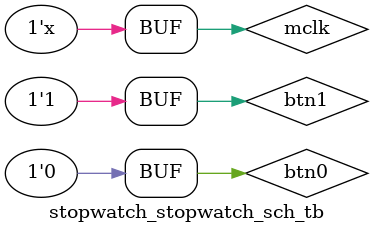
<source format=v>

`timescale 1ns / 1ps

module stopwatch_stopwatch_sch_tb();

// Inputs
   reg mclk;
   reg btn1;
   reg btn0;

// Output
   wire [3:0] an;
   wire [7:0] seg;

// Bidirs

// Instantiate the UUT
   stopwatch UUT (
		.mclk(mclk), 
		.btn1(btn1), 
		.btn0(btn0), 
		.an(an), 
		.seg(seg)
   );
// Initialize Inputs
   always begin
		#1 mclk <= ~mclk;
	end
	initial begin
		// Initialize Inputs
		mclk = 0;
		btn1 = 0;
		btn0 = 0;
		#10
		btn0 = 1; //clear=0
		#10
		btn1 = 1;
		#10
		btn1 = 0;//negedge, so catcher output ~, enp = 1
		#10
		btn0 = 0;//set clear=1: count
		#100
		btn1 = 1;
		#10
		btn1 = 0;//negedge, so catcher output ~, enp = 0, hold. count to 55
		#200
		btn1 = 1;
		#10
		btn1 = 0;//negedge, so catcher output ~, enp = 1, count from 55
		#10
		btn0 = 1;//set clear=0
		#100
		btn0 = 0;
		btn1 = 1;//count
		
		// Wait 100 ns for global reset to finish
		// Add stimulus here
		
    end
endmodule

</source>
